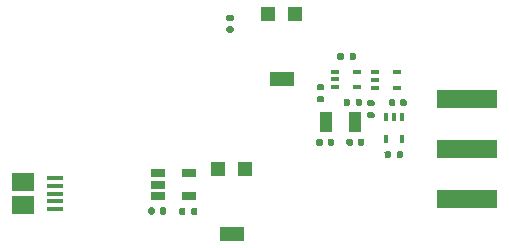
<source format=gtp>
G04 #@! TF.GenerationSoftware,KiCad,Pcbnew,(5.1.7)-1*
G04 #@! TF.CreationDate,2021-07-31T20:16:39-07:00*
G04 #@! TF.ProjectId,clkbrd3,636c6b62-7264-4332-9e6b-696361645f70,rev?*
G04 #@! TF.SameCoordinates,Original*
G04 #@! TF.FileFunction,Paste,Top*
G04 #@! TF.FilePolarity,Positive*
%FSLAX46Y46*%
G04 Gerber Fmt 4.6, Leading zero omitted, Abs format (unit mm)*
G04 Created by KiCad (PCBNEW (5.1.7)-1) date 2021-07-31 20:16:39*
%MOMM*%
%LPD*%
G01*
G04 APERTURE LIST*
%ADD10R,1.300000X1.300000*%
%ADD11R,2.000000X1.300000*%
%ADD12R,1.000000X1.800000*%
%ADD13R,0.400000X0.650000*%
%ADD14R,0.650000X0.400000*%
%ADD15R,5.080000X1.500000*%
%ADD16R,1.220000X0.650000*%
%ADD17R,1.900000X1.500000*%
%ADD18R,1.350000X0.400000*%
G04 APERTURE END LIST*
G36*
G01*
X72680000Y-38645000D02*
X72680000Y-39015000D01*
G75*
G02*
X72545000Y-39150000I-135000J0D01*
G01*
X72275000Y-39150000D01*
G75*
G02*
X72140000Y-39015000I0J135000D01*
G01*
X72140000Y-38645000D01*
G75*
G02*
X72275000Y-38510000I135000J0D01*
G01*
X72545000Y-38510000D01*
G75*
G02*
X72680000Y-38645000I0J-135000D01*
G01*
G37*
G36*
G01*
X73700000Y-38645000D02*
X73700000Y-39015000D01*
G75*
G02*
X73565000Y-39150000I-135000J0D01*
G01*
X73295000Y-39150000D01*
G75*
G02*
X73160000Y-39015000I0J135000D01*
G01*
X73160000Y-38645000D01*
G75*
G02*
X73295000Y-38510000I135000J0D01*
G01*
X73565000Y-38510000D01*
G75*
G02*
X73700000Y-38645000I0J-135000D01*
G01*
G37*
G36*
G01*
X59740000Y-52135000D02*
X59740000Y-51765000D01*
G75*
G02*
X59875000Y-51630000I135000J0D01*
G01*
X60145000Y-51630000D01*
G75*
G02*
X60280000Y-51765000I0J-135000D01*
G01*
X60280000Y-52135000D01*
G75*
G02*
X60145000Y-52270000I-135000J0D01*
G01*
X59875000Y-52270000D01*
G75*
G02*
X59740000Y-52135000I0J135000D01*
G01*
G37*
G36*
G01*
X58720000Y-52135000D02*
X58720000Y-51765000D01*
G75*
G02*
X58855000Y-51630000I135000J0D01*
G01*
X59125000Y-51630000D01*
G75*
G02*
X59260000Y-51765000I0J-135000D01*
G01*
X59260000Y-52135000D01*
G75*
G02*
X59125000Y-52270000I-135000J0D01*
G01*
X58855000Y-52270000D01*
G75*
G02*
X58720000Y-52135000I0J135000D01*
G01*
G37*
G36*
G01*
X56680000Y-51730000D02*
X56680000Y-52070000D01*
G75*
G02*
X56540000Y-52210000I-140000J0D01*
G01*
X56260000Y-52210000D01*
G75*
G02*
X56120000Y-52070000I0J140000D01*
G01*
X56120000Y-51730000D01*
G75*
G02*
X56260000Y-51590000I140000J0D01*
G01*
X56540000Y-51590000D01*
G75*
G02*
X56680000Y-51730000I0J-140000D01*
G01*
G37*
G36*
G01*
X57640000Y-51730000D02*
X57640000Y-52070000D01*
G75*
G02*
X57500000Y-52210000I-140000J0D01*
G01*
X57220000Y-52210000D01*
G75*
G02*
X57080000Y-52070000I0J140000D01*
G01*
X57080000Y-51730000D01*
G75*
G02*
X57220000Y-51590000I140000J0D01*
G01*
X57500000Y-51590000D01*
G75*
G02*
X57640000Y-51730000I0J-140000D01*
G01*
G37*
D10*
X66270000Y-35190000D03*
D11*
X67420000Y-40690000D03*
D10*
X68570000Y-35190000D03*
G36*
G01*
X62880000Y-36260000D02*
X63220000Y-36260000D01*
G75*
G02*
X63360000Y-36400000I0J-140000D01*
G01*
X63360000Y-36680000D01*
G75*
G02*
X63220000Y-36820000I-140000J0D01*
G01*
X62880000Y-36820000D01*
G75*
G02*
X62740000Y-36680000I0J140000D01*
G01*
X62740000Y-36400000D01*
G75*
G02*
X62880000Y-36260000I140000J0D01*
G01*
G37*
G36*
G01*
X62880000Y-35300000D02*
X63220000Y-35300000D01*
G75*
G02*
X63360000Y-35440000I0J-140000D01*
G01*
X63360000Y-35720000D01*
G75*
G02*
X63220000Y-35860000I-140000J0D01*
G01*
X62880000Y-35860000D01*
G75*
G02*
X62740000Y-35720000I0J140000D01*
G01*
X62740000Y-35440000D01*
G75*
G02*
X62880000Y-35300000I140000J0D01*
G01*
G37*
D12*
X73640000Y-44410000D03*
X71140000Y-44410000D03*
D13*
X77560000Y-45840000D03*
X76260000Y-45840000D03*
X76910000Y-43940000D03*
X76260000Y-43940000D03*
X77560000Y-43940000D03*
D14*
X77190000Y-40160000D03*
X77190000Y-41460000D03*
X75290000Y-40810000D03*
X75290000Y-41460000D03*
X75290000Y-40160000D03*
X73810000Y-40110000D03*
X73810000Y-41410000D03*
X71910000Y-40760000D03*
X71910000Y-41410000D03*
X71910000Y-40110000D03*
G36*
G01*
X77140000Y-47325000D02*
X77140000Y-46955000D01*
G75*
G02*
X77275000Y-46820000I135000J0D01*
G01*
X77545000Y-46820000D01*
G75*
G02*
X77680000Y-46955000I0J-135000D01*
G01*
X77680000Y-47325000D01*
G75*
G02*
X77545000Y-47460000I-135000J0D01*
G01*
X77275000Y-47460000D01*
G75*
G02*
X77140000Y-47325000I0J135000D01*
G01*
G37*
G36*
G01*
X76120000Y-47325000D02*
X76120000Y-46955000D01*
G75*
G02*
X76255000Y-46820000I135000J0D01*
G01*
X76525000Y-46820000D01*
G75*
G02*
X76660000Y-46955000I0J-135000D01*
G01*
X76660000Y-47325000D01*
G75*
G02*
X76525000Y-47460000I-135000J0D01*
G01*
X76255000Y-47460000D01*
G75*
G02*
X76120000Y-47325000I0J135000D01*
G01*
G37*
G36*
G01*
X75145000Y-43050000D02*
X74775000Y-43050000D01*
G75*
G02*
X74640000Y-42915000I0J135000D01*
G01*
X74640000Y-42645000D01*
G75*
G02*
X74775000Y-42510000I135000J0D01*
G01*
X75145000Y-42510000D01*
G75*
G02*
X75280000Y-42645000I0J-135000D01*
G01*
X75280000Y-42915000D01*
G75*
G02*
X75145000Y-43050000I-135000J0D01*
G01*
G37*
G36*
G01*
X75145000Y-44070000D02*
X74775000Y-44070000D01*
G75*
G02*
X74640000Y-43935000I0J135000D01*
G01*
X74640000Y-43665000D01*
G75*
G02*
X74775000Y-43530000I135000J0D01*
G01*
X75145000Y-43530000D01*
G75*
G02*
X75280000Y-43665000I0J-135000D01*
G01*
X75280000Y-43935000D01*
G75*
G02*
X75145000Y-44070000I-135000J0D01*
G01*
G37*
G36*
G01*
X73190000Y-42525000D02*
X73190000Y-42895000D01*
G75*
G02*
X73055000Y-43030000I-135000J0D01*
G01*
X72785000Y-43030000D01*
G75*
G02*
X72650000Y-42895000I0J135000D01*
G01*
X72650000Y-42525000D01*
G75*
G02*
X72785000Y-42390000I135000J0D01*
G01*
X73055000Y-42390000D01*
G75*
G02*
X73190000Y-42525000I0J-135000D01*
G01*
G37*
G36*
G01*
X74210000Y-42525000D02*
X74210000Y-42895000D01*
G75*
G02*
X74075000Y-43030000I-135000J0D01*
G01*
X73805000Y-43030000D01*
G75*
G02*
X73670000Y-42895000I0J135000D01*
G01*
X73670000Y-42525000D01*
G75*
G02*
X73805000Y-42390000I135000J0D01*
G01*
X74075000Y-42390000D01*
G75*
G02*
X74210000Y-42525000I0J-135000D01*
G01*
G37*
G36*
G01*
X70885000Y-41700000D02*
X70515000Y-41700000D01*
G75*
G02*
X70380000Y-41565000I0J135000D01*
G01*
X70380000Y-41295000D01*
G75*
G02*
X70515000Y-41160000I135000J0D01*
G01*
X70885000Y-41160000D01*
G75*
G02*
X71020000Y-41295000I0J-135000D01*
G01*
X71020000Y-41565000D01*
G75*
G02*
X70885000Y-41700000I-135000J0D01*
G01*
G37*
G36*
G01*
X70885000Y-42720000D02*
X70515000Y-42720000D01*
G75*
G02*
X70380000Y-42585000I0J135000D01*
G01*
X70380000Y-42315000D01*
G75*
G02*
X70515000Y-42180000I135000J0D01*
G01*
X70885000Y-42180000D01*
G75*
G02*
X71020000Y-42315000I0J-135000D01*
G01*
X71020000Y-42585000D01*
G75*
G02*
X70885000Y-42720000I-135000J0D01*
G01*
G37*
D15*
X83110000Y-46660000D03*
X83110000Y-42410000D03*
X83110000Y-50910000D03*
G36*
G01*
X77440000Y-42910000D02*
X77440000Y-42570000D01*
G75*
G02*
X77580000Y-42430000I140000J0D01*
G01*
X77860000Y-42430000D01*
G75*
G02*
X78000000Y-42570000I0J-140000D01*
G01*
X78000000Y-42910000D01*
G75*
G02*
X77860000Y-43050000I-140000J0D01*
G01*
X77580000Y-43050000D01*
G75*
G02*
X77440000Y-42910000I0J140000D01*
G01*
G37*
G36*
G01*
X76480000Y-42910000D02*
X76480000Y-42570000D01*
G75*
G02*
X76620000Y-42430000I140000J0D01*
G01*
X76900000Y-42430000D01*
G75*
G02*
X77040000Y-42570000I0J-140000D01*
G01*
X77040000Y-42910000D01*
G75*
G02*
X76900000Y-43050000I-140000J0D01*
G01*
X76620000Y-43050000D01*
G75*
G02*
X76480000Y-42910000I0J140000D01*
G01*
G37*
G36*
G01*
X73450000Y-45920000D02*
X73450000Y-46260000D01*
G75*
G02*
X73310000Y-46400000I-140000J0D01*
G01*
X73030000Y-46400000D01*
G75*
G02*
X72890000Y-46260000I0J140000D01*
G01*
X72890000Y-45920000D01*
G75*
G02*
X73030000Y-45780000I140000J0D01*
G01*
X73310000Y-45780000D01*
G75*
G02*
X73450000Y-45920000I0J-140000D01*
G01*
G37*
G36*
G01*
X74410000Y-45920000D02*
X74410000Y-46260000D01*
G75*
G02*
X74270000Y-46400000I-140000J0D01*
G01*
X73990000Y-46400000D01*
G75*
G02*
X73850000Y-46260000I0J140000D01*
G01*
X73850000Y-45920000D01*
G75*
G02*
X73990000Y-45780000I140000J0D01*
G01*
X74270000Y-45780000D01*
G75*
G02*
X74410000Y-45920000I0J-140000D01*
G01*
G37*
G36*
G01*
X71300000Y-46270000D02*
X71300000Y-45930000D01*
G75*
G02*
X71440000Y-45790000I140000J0D01*
G01*
X71720000Y-45790000D01*
G75*
G02*
X71860000Y-45930000I0J-140000D01*
G01*
X71860000Y-46270000D01*
G75*
G02*
X71720000Y-46410000I-140000J0D01*
G01*
X71440000Y-46410000D01*
G75*
G02*
X71300000Y-46270000I0J140000D01*
G01*
G37*
G36*
G01*
X70340000Y-46270000D02*
X70340000Y-45930000D01*
G75*
G02*
X70480000Y-45790000I140000J0D01*
G01*
X70760000Y-45790000D01*
G75*
G02*
X70900000Y-45930000I0J-140000D01*
G01*
X70900000Y-46270000D01*
G75*
G02*
X70760000Y-46410000I-140000J0D01*
G01*
X70480000Y-46410000D01*
G75*
G02*
X70340000Y-46270000I0J140000D01*
G01*
G37*
D16*
X59550000Y-48720000D03*
X59550000Y-50620000D03*
X56930000Y-50620000D03*
X56930000Y-49670000D03*
X56930000Y-48720000D03*
D10*
X62050000Y-48390000D03*
D11*
X63200000Y-53890000D03*
D10*
X64350000Y-48390000D03*
D17*
X45542500Y-49440000D03*
D18*
X48242500Y-50440000D03*
X48242500Y-51090000D03*
X48242500Y-51740000D03*
X48242500Y-49140000D03*
X48242500Y-49790000D03*
D17*
X45542500Y-51440000D03*
M02*

</source>
